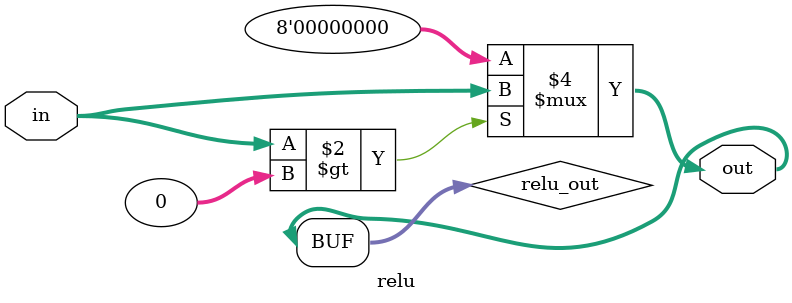
<source format=v>

module relu #(parameter WIDTH=8) (
    input   signed [WIDTH-1:0] in,   // Input value
    output  signed [WIDTH-1:0] out   // Output after ReLU
);

    reg signed [WIDTH-1:0] relu_out;

    always @* begin
        if (in > 0)
            relu_out = in;
        else
            relu_out = 0;
    end

    assign out = relu_out;

endmodule
</source>
